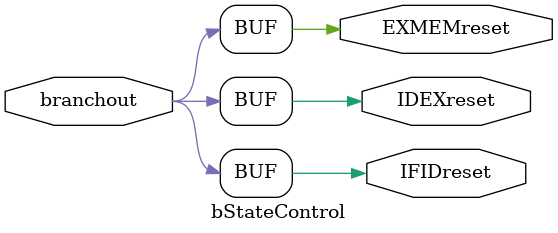
<source format=v>
module bStateControl(IFIDreset,IDEXreset,EXMEMreset,branchout);
	output IFIDreset,IDEXreset,EXMEMreset;
	input branchout;
	assign IFIDreset=branchout;
	assign IDEXreset=branchout;
	assign EXMEMreset=branchout;
endmodule

</source>
